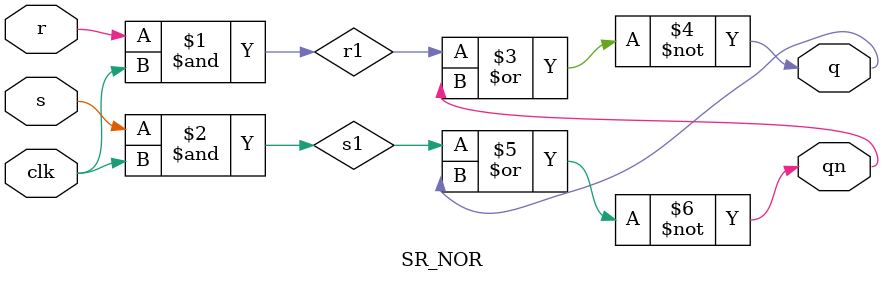
<source format=v>
module SR_NOR_test;
    wire Q,Qn;
    reg R,S,clk;
    SR_NOR aa(.q(Q),.qn(Qn),.r(R),.s(S),.clk(clk));
    initial begin
    #0 clk = 1 ; S = 1 ; R = 0 ; 
    #5 clk = 0 ; S = 0 ; R = 1 ; 
    #5 clk = 1 ; S = 0 ; R = 1 ; 
    #5 clk = 0 ; S = 1 ; R = 0 ; 
    #5 clk = 1 ; S = 0 ; R = 0 ; 
    #5 clk = 0 ; S = 1 ; R = 0 ; 
    #5 clk = 1 ; S = 1 ; R = 1 ; 
    end
    
    initial begin
    $display("HEM -- 202053007 -- SR Latch NOR-- Structural");
    $monitor ( "\nClock = %b, S = %b, R = %b, Q = %b, Q' = %b, time = %2d",clk,S,R,Q,Qn,$time);
    end
endmodule

module SR_NOR (q,qn,r,s,clk);
    output q,qn;
    input r,s,clk;
    wire r1,s1;
    and a1(r1,r,clk);
    and a2(s1,s,clk);
    nor n1 (q,r1,qn);
    nor n2 (qn,s1,q);
endmodule

</source>
